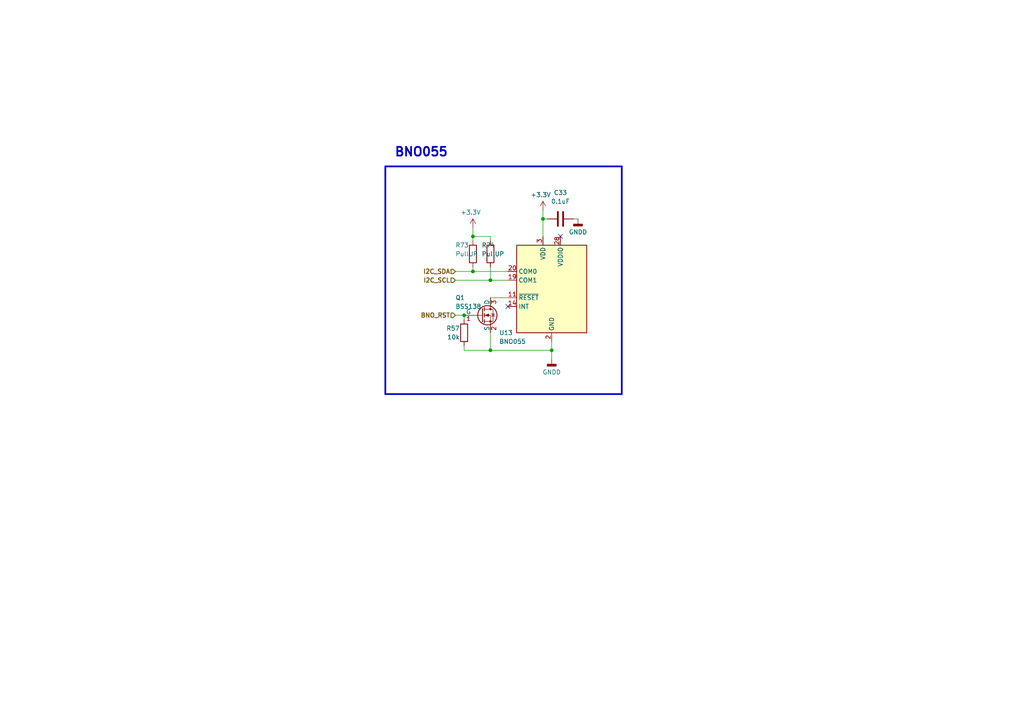
<source format=kicad_sch>
(kicad_sch (version 20230121) (generator eeschema)
  (paper "A4")
  (lib_symbols
    (symbol "Device:C" (pin_numbers hide) (pin_names (offset 0.254))
      (property "Reference" "C" (at 0.635 2.54 0))
      (property "Value" "C" (at 0.635 -2.54 0))
      (symbol "C_0_1"
        (polyline (pts (xy -2.032 -0.762) (xy 2.032 -0.762)) (stroke (width 0.508)))
        (polyline (pts (xy -2.032 0.762) (xy 2.032 0.762)) (stroke (width 0.508)))
      )
      (symbol "C_1_1"
        (pin passive line (at 0 3.81 270) (length 2.794) (name "~") (number "1"))
        (pin passive line (at 0 -3.81 90) (length 2.794) (name "~") (number "2"))
      )
    )
    (symbol "Device:R" (pin_numbers hide) (pin_names (offset 0))
      (property "Reference" "R" (at 2.032 0 90))
      (property "Value" "R" (at 0 0 90))
      (symbol "R_0_1"
        (rectangle (start -1.016 -2.54) (end 1.016 2.54) (stroke (width 0.254)))
      )
      (symbol "R_1_1"
        (pin passive line (at 0 3.81 270) (length 1.27) (name "~") (number "1"))
        (pin passive line (at 0 -3.81 90) (length 1.27) (name "~") (number "2"))
      )
    )
    (symbol "Q_NMOS_GSD_1" (pin_names (offset 0))
      (property "Reference" "Q" (at 5.08 1.27 0))
      (property "Value" "Q_NMOS_GSD_1" (at 5.08 -1.27 0))
      (symbol "Q_NMOS_GSD_1_0_1"
        (polyline (pts (xy 0.254 0) (xy -2.54 0)))
        (polyline (pts (xy 0.254 1.905) (xy 0.254 -1.905)) (stroke (width 0.254)))
        (polyline (pts (xy 0.762 -1.27) (xy 0.762 -2.286)) (stroke (width 0.254)))
        (polyline (pts (xy 0.762 0.508) (xy 0.762 -0.508)) (stroke (width 0.254)))
        (polyline (pts (xy 0.762 2.286) (xy 0.762 1.27)) (stroke (width 0.254)))
        (polyline (pts (xy 2.54 2.54) (xy 2.54 1.778)))
        (polyline (pts (xy 2.54 -2.54) (xy 2.54 0) (xy 0.762 0)))
        (polyline (pts (xy 0.762 -1.778) (xy 3.302 -1.778) (xy 3.302 1.778) (xy 0.762 1.778)))
        (polyline (pts (xy 1.016 0) (xy 2.032 0.381) (xy 2.032 -0.381) (xy 1.016 0)) (fill (type outline)))
        (polyline (pts (xy 2.794 0.508) (xy 2.921 0.381) (xy 3.683 0.381) (xy 3.81 0.254)))
        (polyline (pts (xy 3.302 0.381) (xy 2.921 -0.254) (xy 3.683 -0.254) (xy 3.302 0.381)))
        (circle (center 1.651 0) (radius 2.794) (stroke (width 0.254)))
        (circle (center 2.54 -1.778) (radius 0.254) (fill (type outline)))
        (circle (center 2.54 1.778) (radius 0.254) (fill (type outline)))
      )
      (symbol "Q_NMOS_GSD_1_1_1"
        (pin input line (at -5.08 0 0) (length 2.54) (name "G") (number "1"))
        (pin passive line (at 2.54 -5.08 90) (length 2.54) (name "S") (number "2"))
        (pin passive line (at 2.54 5.08 270) (length 2.54) (name "D") (number "3"))
      )
    )
    (symbol "Sensor_Motion:BNO055"
      (property "Reference" "U13" (at -15.24 -12.7 0))
      (property "Value" "BNO055" (at -15.24 -15.24 0))
      (symbol "BNO055_0_1"
        (rectangle (start -10.16 12.7) (end 10.16 -12.7) (stroke (width 0.254)) (fill (type background)))
      )
      (symbol "BNO055_1_1"
        (pin input line (at -12.7 -2.54 0) (length 2.54) (name "~{RESET}") (number "11"))
        (pin output line (at -12.7 -5.08 0) (length 2.54) (name "INT") (number "14"))
        (pin bidirectional line (at -12.7 2.54 0) (length 2.54) (name "COM1") (number "19"))
        (pin power_in line (at 0 -15.24 90) (length 2.54) (name "GND") (number "2"))
        (pin bidirectional line (at -12.7 5.08 0) (length 2.54) (name "COM0") (number "20"))
        (pin power_in line (at 2.54 15.24 270) (length 2.54) (name "VDDIO") (number "28"))
        (pin power_in line (at -2.54 15.24 270) (length 2.54) (name "VDD") (number "3"))
      )
    )
    (symbol "power:+3.3V" (power) (pin_names (offset 0))
      (property "Value" "+3.3V" (at 0 3.556 0))
      (symbol "+3.3V_0_1"
        (polyline (pts (xy -0.762 1.27) (xy 0 2.54)))
        (polyline (pts (xy 0 0) (xy 0 2.54)))
        (polyline (pts (xy 0 2.54) (xy 0.762 1.27)))
      )
      (symbol "+3.3V_1_1"
        (pin power_in line (at 0 0 90) (length 0) hide (name "+3.3V") (number "1"))
      )
    )
    (symbol "power:GNDD" (power) (pin_names (offset 0))
      (property "Value" "GNDD" (at 0 -3.175 0))
      (symbol "GNDD_0_1"
        (rectangle (start -1.27 -1.524) (end 1.27 -2.032) (stroke (width 0.254)) (fill (type outline)))
        (polyline (pts (xy 0 0) (xy 0 -1.524)))
      )
      (symbol "GNDD_1_1"
        (pin power_in line (at 0 0 270) (length 0) hide (name "GNDD") (number "1"))
      )
    )
  )
  (junction (at 142.24 81.28))
  (junction (at 142.24 101.6))
  (junction (at 137.16 68.58))
  (junction (at 134.62 91.44))
  (junction (at 160.02 101.6))
  (junction (at 157.48 63.5))
  (junction (at 137.16 78.74))
  (no_connect (at 162.56 68.58))
  (no_connect (at 147.32 88.9))
  (wire (pts (xy 142.24 101.6) (xy 160.02 101.6)))
  (wire (pts (xy 160.02 99.06) (xy 160.02 101.6)))
  (wire (pts (xy 142.24 101.6) (xy 134.62 101.6)))
  (polyline (pts (xy 180.34 114.3) (xy 180.34 48.26)) (stroke (width 0.5) (type solid)))
  (wire (pts (xy 166.37 63.5) (xy 167.64 63.5)))
  (wire (pts (xy 137.16 68.58) (xy 137.16 69.85)))
  (wire (pts (xy 160.02 101.6) (xy 160.02 104.14)))
  (wire (pts (xy 142.24 81.28) (xy 147.32 81.28)))
  (polyline (pts (xy 180.34 48.26) (xy 111.76 48.26)) (stroke (width 0.5) (type solid)))
  (wire (pts (xy 142.24 77.47) (xy 142.24 81.28)))
  (wire (pts (xy 137.16 68.58) (xy 142.24 68.58)))
  (wire (pts (xy 142.24 86.36) (xy 147.32 86.36)))
  (polyline (pts (xy 111.76 48.26) (xy 111.76 114.3)) (stroke (width 0.5) (type solid)))
  (wire (pts (xy 157.48 63.5) (xy 157.48 68.58)))
  (wire (pts (xy 137.16 77.47) (xy 137.16 78.74)))
  (wire (pts (xy 157.48 63.5) (xy 158.75 63.5)))
  (wire (pts (xy 132.08 78.74) (xy 137.16 78.74)))
  (wire (pts (xy 137.16 66.04) (xy 137.16 68.58)))
  (wire (pts (xy 132.08 91.44) (xy 134.62 91.44)))
  (wire (pts (xy 134.62 91.44) (xy 134.62 92.71)))
  (wire (pts (xy 137.16 78.74) (xy 147.32 78.74)))
  (polyline (pts (xy 111.76 114.3) (xy 180.34 114.3)) (stroke (width 0.5) (type solid)))
  (wire (pts (xy 142.24 68.58) (xy 142.24 69.85)))
  (wire (pts (xy 132.08 81.28) (xy 142.24 81.28)))
  (wire (pts (xy 157.48 60.96) (xy 157.48 63.5)))
  (wire (pts (xy 134.62 101.6) (xy 134.62 100.33)))
  (wire (pts (xy 142.24 96.52) (xy 142.24 101.6)))
  (text "BNO055" (at 114.3 45.72 0) (effects (font (size 2.54 2.54) bold) (justify left bottom)))
  (hierarchical_label "I2C_SDA" (shape input) (at 132.08 78.74 180) (effects (font bold)))
  (hierarchical_label "BNO_RST" (shape input) (at 132.08 91.44 180) (effects (font bold)))
  (hierarchical_label "I2C_SCL" (shape input) (at 132.08 81.28 180) (effects (font bold)))
  (symbol (lib_id "Device:C") (at 162.56 63.5 90) (unit 1)
    (property "Reference" "C33" (at 162.56 55.88 90))
    (property "Value" "0.1uF" (at 162.56 58.42 90))
    (property "Footprint" "Capacitor_SMD:C_0402_1005Metric" (effects hide))
  )
  (symbol (lib_id "power:+3.3V") (at 157.48 60.96 0) (unit 1)
    (property "Reference" "#PWR083" (effects hide))
    (property "Value" "+3.3V" (at 156.845 56.515 0))
  )
  (symbol (lib_id "Device:R") (at 142.24 73.66 0) (unit 1)
    (property "Reference" "R74" (at 139.7 71.12 0) (effects (justify left)))
    (property "Value" "PullUP" (at 139.7 73.66 0) (effects (justify left)))
    (property "Footprint" "Resistor_SMD:R_0603_1608Metric_Pad0.98x0.95mm_HandSolder" (effects hide))
  )
  (symbol (lib_id "Sensor_Motion:BNO055") (at 160.02 83.82 0) (unit 1)
    (property "Reference" "U13" (at 144.78 96.52 0) (effects (justify left)))
    (property "Value" "BNO055" (at 144.78 99.06 0) (effects (justify left)))
    (property "Footprint" "MyLibrary:Sensor_Motion_Aktk_BNO055" (effects hide))
    (property "Datasheet" "https://www.bosch-sensortec.com/media/boschsensortec/downloads/datasheets/bst-bno055-ds000.pdf" (effects hide))
  )
  (symbol (lib_id "Device:R") (at 137.16 73.66 0) (unit 1)
    (property "Reference" "R73" (at 132.08 71.12 0) (effects (justify left)))
    (property "Value" "PullUP" (at 132.08 73.66 0) (effects (justify left)))
    (property "Footprint" "Resistor_SMD:R_0603_1608Metric_Pad0.98x0.95mm_HandSolder" (effects hide))
  )
  (symbol (lib_id "Device:R") (at 134.62 96.52 0) (mirror y) (unit 1)
    (property "Reference" "R57" (at 133.35 95.25 0) (effects (justify left)))
    (property "Value" "10k" (at 133.35 97.79 0) (effects (justify left)))
    (property "Footprint" "Resistor_SMD:R_0402_1005Metric" (effects hide))
  )
  (symbol (lib_name "Q_NMOS_GSD_1") (lib_id "Device:Q_NMOS_GSD") (at 139.7 91.44 0) (unit 1)
    (property "Reference" "Q1" (at 132.08 86.36 0) (effects (justify left)))
    (property "Value" "BSS138" (at 132.08 88.9 0) (effects (justify left)))
    (property "Footprint" "Package_TO_SOT_SMD:SOT-23" (effects hide))
  )
  (symbol (lib_id "power:+3.3V") (at 137.16 66.04 0) (unit 1)
    (property "Reference" "#PWR082" (effects hide))
    (property "Value" "+3.3V" (at 136.525 61.595 0))
  )
  (symbol (lib_id "power:GNDD") (at 160.02 104.14 0) (unit 1)
    (property "Reference" "#PWR084" (effects hide))
    (property "Value" "GNDD" (at 160.02 107.95 0))
  )
  (symbol (lib_id "power:GNDD") (at 167.64 63.5 0) (unit 1)
    (property "Reference" "#PWR085" (effects hide))
    (property "Value" "GNDD" (at 167.64 67.31 0))
  )
)
</source>
